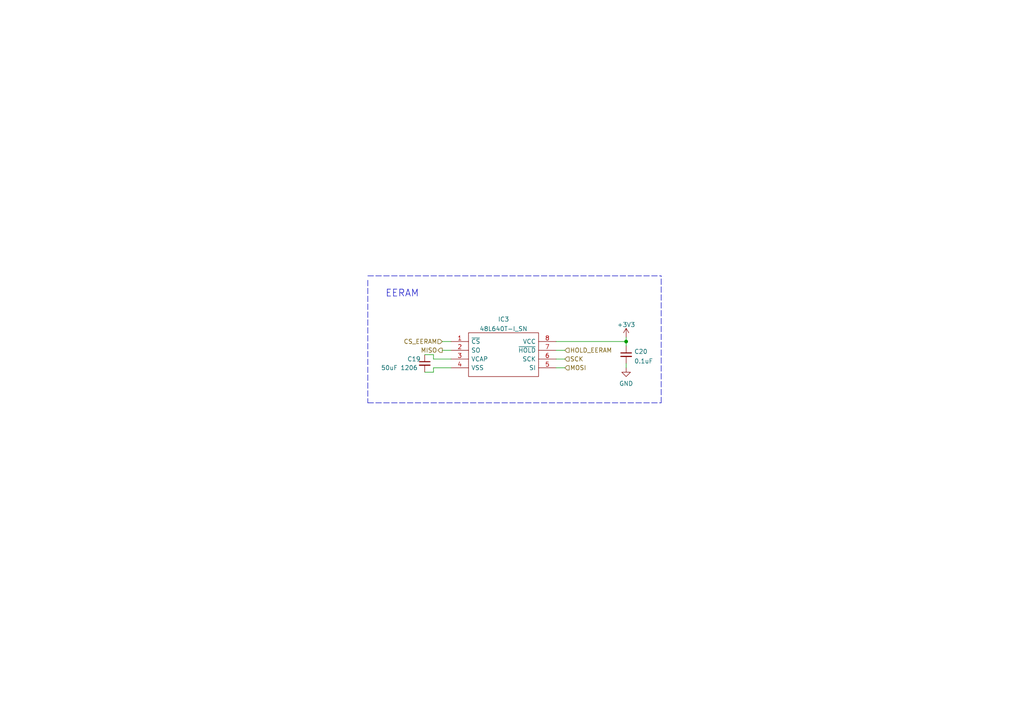
<source format=kicad_sch>
(kicad_sch (version 20211123) (generator eeschema)
  (paper "A4")
  (lib_symbols
    (symbol "48L640T-I_SN:48L640T-I_SN" (pin_names (offset 0.762))
      (property "Reference" "IC" (at 26.67 7.62 0))
      (property "Value" "48L640T-I_SN" (at 26.67 5.08 0))
      (symbol "48L640T-I_SN_0_0"
        (pin passive line (at 0 0 0) (length 5.08) (name "~{CS}") (number "1"))
        (pin passive line (at 0 -2.54 0) (length 5.08) (name "SO") (number "2"))
        (pin passive line (at 0 -5.08 0) (length 5.08) (name "VCAP") (number "3"))
        (pin passive line (at 0 -7.62 0) (length 5.08) (name "VSS") (number "4"))
        (pin passive line (at 30.48 -7.62 180) (length 5.08) (name "SI") (number "5"))
        (pin passive line (at 30.48 -5.08 180) (length 5.08) (name "SCK") (number "6"))
        (pin passive line (at 30.48 -2.54 180) (length 5.08) (name "~{HOLD}") (number "7"))
        (pin passive line (at 30.48 0 180) (length 5.08) (name "VCC") (number "8"))
      )
      (symbol "48L640T-I_SN_0_1"
        (polyline (pts (xy 5.08 2.54) (xy 25.4 2.54) (xy 25.4 -10.16) (xy 5.08 -10.16) (xy 5.08 2.54)) (stroke (width 0.1524)))
      )
    )
    (symbol "Device:C_Small" (pin_numbers hide) (pin_names (offset 0.254) hide)
      (property "Reference" "C" (at 0.254 1.778 0))
      (property "Value" "C_Small" (at 0.254 -2.032 0))
      (symbol "C_Small_0_1"
        (polyline (pts (xy -1.524 -0.508) (xy 1.524 -0.508)) (stroke (width 0.3302)))
        (polyline (pts (xy -1.524 0.508) (xy 1.524 0.508)) (stroke (width 0.3048)))
      )
      (symbol "C_Small_1_1"
        (pin passive line (at 0 2.54 270) (length 2.032) (name "~") (number "1"))
        (pin passive line (at 0 -2.54 90) (length 2.032) (name "~") (number "2"))
      )
    )
    (symbol "power:+3.3V" (power) (pin_names (offset 0))
      (property "Value" "+3.3V" (at 0 3.556 0))
      (symbol "+3.3V_0_1"
        (polyline (pts (xy -0.762 1.27) (xy 0 2.54)))
        (polyline (pts (xy 0 0) (xy 0 2.54)))
        (polyline (pts (xy 0 2.54) (xy 0.762 1.27)))
      )
      (symbol "+3.3V_1_1"
        (pin power_in line (at 0 0 90) (length 0) hide (name "+3V3") (number "1"))
      )
    )
    (symbol "power:GND" (power) (pin_names (offset 0))
      (property "Value" "GND" (at 0 -3.81 0))
      (symbol "GND_0_1"
        (polyline (pts (xy 0 0) (xy 0 -1.27) (xy 1.27 -1.27) (xy 0 -2.54) (xy -1.27 -1.27) (xy 0 -1.27)))
      )
      (symbol "GND_1_1"
        (pin power_in line (at 0 0 270) (length 0) hide (name "GND") (number "1"))
      )
    )
  )
  (junction (at 181.61 99.06))
  (wire (pts (xy 181.61 105.41) (xy 181.61 106.68)))
  (polyline (pts (xy 106.68 116.84) (xy 191.77 116.84)))
  (wire (pts (xy 181.61 99.06) (xy 161.29 99.06)))
  (wire (pts (xy 130.81 104.14) (xy 125.73 104.14)))
  (wire (pts (xy 181.61 100.33) (xy 181.61 99.06)))
  (wire (pts (xy 125.73 107.95) (xy 125.73 106.68)))
  (wire (pts (xy 181.61 97.79) (xy 181.61 99.06)))
  (polyline (pts (xy 191.77 116.84) (xy 191.77 80.01)))
  (wire (pts (xy 161.29 106.68) (xy 163.83 106.68)))
  (wire (pts (xy 123.19 107.95) (xy 125.73 107.95)))
  (polyline (pts (xy 106.68 81.28) (xy 106.68 116.84)))
  (wire (pts (xy 125.73 102.87) (xy 123.19 102.87)))
  (wire (pts (xy 125.73 106.68) (xy 130.81 106.68)))
  (wire (pts (xy 161.29 104.14) (xy 163.83 104.14)))
  (wire (pts (xy 128.27 101.6) (xy 130.81 101.6)))
  (polyline (pts (xy 106.68 80.01) (xy 191.77 80.01)))
  (wire (pts (xy 161.29 101.6) (xy 163.83 101.6)))
  (wire (pts (xy 128.27 99.06) (xy 130.81 99.06)))
  (wire (pts (xy 125.73 104.14) (xy 125.73 102.87)))
  (text "EERAM" (at 111.76 86.36 0) (effects (font (size 2 2)) (justify left bottom)))
  (hierarchical_label "MOSI" (shape input) (at 163.83 106.68 0))
  (hierarchical_label "MISO" (shape output) (at 128.27 101.6 180))
  (hierarchical_label "CS_EERAM" (shape input) (at 128.27 99.06 180))
  (hierarchical_label "SCK" (shape input) (at 163.83 104.14 0))
  (hierarchical_label "HOLD_EERAM" (shape input) (at 163.83 101.6 0))
  (symbol (lib_id "48L640T-I_SN:48L640T-I_SN") (at 130.81 99.06 0) (unit 1)
    (property "Reference" "IC3" (at 146.05 92.6043 0))
    (property "Value" "48L640T-I_SN" (at 146.05 95.3794 0))
    (property "Footprint" "library:SOIC127P600X175-8N" (effects hide))
    (property "Datasheet" "http://ww1.microchip.com/downloads/en/DeviceDoc/20006055B.pdf" (effects hide))
    (property "Description" "SRAM Serial SRAM with Nonvolatile bits, 64K bit SPI" (effects hide))
    (property "Height" "1.75" (effects hide))
    (property "Manufacturer_Name" "Microchip" (effects hide))
    (property "Manufacturer_Part_Number" "48L640T-I/SN" (effects hide))
    (property "Mouser Part Number" "579-48L640T-I/SN" (effects hide))
    (property "Mouser Price/Stock" "https://www.mouser.co.uk/ProductDetail/Microchip-Technology/48L640T-I-SN?qs=wnTfsH77Xs4WNmqrAyBD8w%3D%3D" (effects hide))
  )
  (symbol (lib_id "power:+3.3V") (at 181.61 97.79 0) (unit 1)
    (property "Reference" "#PWR040" (effects hide))
    (property "Value" "+3.3V" (at 181.61 94.1855 0))
  )
  (symbol (lib_id "power:GND") (at 181.61 106.68 0) (unit 1)
    (property "Reference" "#PWR041" (effects hide))
    (property "Value" "GND" (at 181.61 111.2425 0))
  )
  (symbol (lib_id "Device:C_Small") (at 123.19 105.41 0) (unit 1)
    (property "Reference" "C19" (at 118.11 104.14 0) (effects (justify left)))
    (property "Value" "50uF 1206" (at 110.49 106.68 0) (effects (justify left)))
    (property "Footprint" "Capacitor_SMD:C_1206_3216Metric_Pad1.33x1.80mm_HandSolder" (effects hide))
  )
  (symbol (lib_id "Device:C_Small") (at 181.61 102.87 0) (unit 1)
    (property "Reference" "C20" (at 183.9341 101.9678 0) (effects (justify left)))
    (property "Value" "0.1uF" (at 183.9341 104.7429 0) (effects (justify left)))
    (property "Footprint" "Capacitor_SMD:C_0603_1608Metric_Pad1.08x0.95mm_HandSolder" (effects hide))
  )
)
</source>
